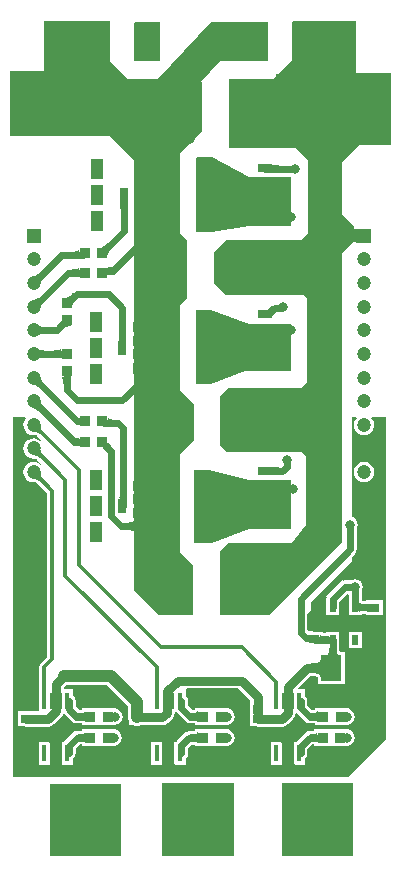
<source format=gbl>
G04*
G04 #@! TF.GenerationSoftware,Altium Limited,Altium Designer,20.0.2 (26)*
G04*
G04 Layer_Physical_Order=2*
G04 Layer_Color=16711680*
%FSLAX25Y25*%
%MOIN*%
G70*
G01*
G75*
%ADD11R,0.03740X0.03543*%
%ADD13R,0.03543X0.03740*%
%ADD24C,0.03937*%
%ADD25C,0.02362*%
%ADD26C,0.04724*%
%ADD27R,0.04724X0.04724*%
%ADD28C,0.01575*%
%ADD29C,0.03150*%
%ADD30R,0.03347X0.04331*%
%ADD31R,0.05118X0.02756*%
%ADD32R,0.06693X0.04331*%
%ADD33R,0.04331X0.03347*%
%ADD34R,0.02756X0.05118*%
%ADD35R,0.04331X0.06693*%
%ADD36R,0.03701X0.02953*%
%ADD37R,0.07087X0.08858*%
%ADD38R,0.02362X0.03543*%
%ADD39R,0.01772X0.05709*%
%ADD40R,0.02441X0.07165*%
%ADD41C,0.03150*%
%ADD42C,0.01378*%
G36*
X622029Y324000D02*
X613644D01*
X613532Y336645D01*
X613884Y337000D01*
X622029D01*
Y324000D01*
D02*
G37*
G36*
X687500Y320000D02*
X699000D01*
Y296000D01*
X688531D01*
X683032Y290500D01*
X682811D01*
X682811Y273000D01*
X686823Y268988D01*
Y267859D01*
X687453Y267900D01*
X687650Y267957D01*
X687768Y268022D01*
X687807Y268094D01*
Y263394D01*
X687768Y263466D01*
X687650Y263531D01*
X687453Y263589D01*
X687177Y263638D01*
X686823Y263680D01*
X686590D01*
X682811Y259902D01*
X682811Y163520D01*
X658618Y139327D01*
X642319D01*
Y160500D01*
X644717Y163500D01*
X666173D01*
X670780Y169248D01*
X670780Y192220D01*
X669449Y193551D01*
X664562D01*
X664335Y193581D01*
X664107Y193551D01*
X644500D01*
X642000Y196051D01*
Y212144D01*
X644856Y215000D01*
X669059D01*
X671059Y217000D01*
Y244894D01*
X669953Y246000D01*
X644209D01*
X640213Y249996D01*
X640000D01*
Y260500D01*
X644000Y264500D01*
X668709D01*
X669000Y264209D01*
X671413Y266622D01*
X671500D01*
X671500Y291000D01*
X667567Y294933D01*
X645433Y294933D01*
X645000Y295112D01*
Y318173D01*
X659500D01*
X659720Y318173D01*
X666047Y324500D01*
X666076Y329282D01*
X666011Y336645D01*
X666122Y336757D01*
X666123Y336885D01*
X666111Y337138D01*
X666456Y337500D01*
X687500D01*
Y320000D01*
D02*
G37*
G36*
X659571Y289593D02*
X659642Y289537D01*
X659760Y289487D01*
X659925Y289444D01*
X660138Y289408D01*
X660397Y289378D01*
X661059Y289339D01*
X661909Y289326D01*
Y286964D01*
X659547Y286923D01*
Y289655D01*
X659571Y289593D01*
D02*
G37*
G36*
X611473Y276929D02*
X611441Y276858D01*
X611413Y276740D01*
X611389Y276575D01*
X611352Y276103D01*
X611323Y274591D01*
X608961D01*
X608959Y275040D01*
X608842Y276858D01*
X608811Y276929D01*
X608776Y276953D01*
X611508D01*
X611473Y276929D01*
D02*
G37*
G36*
X651677Y285500D02*
X665661D01*
Y269000D01*
X651677D01*
X639500Y267000D01*
X634201D01*
X634003Y291645D01*
X634355Y292000D01*
X639500D01*
X651677Y285500D01*
D02*
G37*
G36*
X606383Y261858D02*
X605914Y261373D01*
X605176Y260503D01*
X604908Y260118D01*
X604706Y259767D01*
X604572Y259450D01*
X604504Y259166D01*
X604502Y258916D01*
X604568Y258700D01*
X604700Y258517D01*
X601372Y261846D01*
X601554Y261714D01*
X601771Y261648D01*
X602021Y261649D01*
X602304Y261717D01*
X602622Y261852D01*
X602972Y262054D01*
X603357Y262322D01*
X603775Y262657D01*
X604712Y263528D01*
X606383Y261858D01*
D02*
G37*
G36*
X595288Y258142D02*
X595264Y258140D01*
X595193Y258138D01*
X592925Y258130D01*
Y260492D01*
X593374Y260504D01*
X593776Y260539D01*
X594130Y260598D01*
X594437Y260681D01*
X594697Y260787D01*
X594910Y260917D01*
X595075Y261071D01*
X595193Y261248D01*
X595264Y261449D01*
X595288Y261673D01*
Y258142D01*
D02*
G37*
G36*
X606579Y253008D02*
X606222Y253001D01*
X605622Y252946D01*
X605378Y252898D01*
X605171Y252837D01*
X605002Y252761D01*
X604871Y252672D01*
X604776Y252569D01*
X604720Y252453D01*
X604700Y252323D01*
X604712Y255358D01*
X604731Y255360D01*
X604787Y255362D01*
X606579Y255370D01*
Y253008D01*
D02*
G37*
G36*
X595288Y251642D02*
X595264Y251771D01*
X595193Y251886D01*
X595075Y251987D01*
X594910Y252075D01*
X594697Y252150D01*
X594437Y252211D01*
X594130Y252258D01*
X593776Y252292D01*
X592925Y252319D01*
Y254681D01*
X593374Y254688D01*
X594130Y254742D01*
X594437Y254789D01*
X594697Y254850D01*
X594910Y254925D01*
X595075Y255013D01*
X595193Y255114D01*
X595264Y255229D01*
X595288Y255358D01*
Y251642D01*
D02*
G37*
G36*
X583284Y251610D02*
X583108Y251427D01*
X582811Y251077D01*
X582691Y250910D01*
X582589Y250748D01*
X582506Y250592D01*
X582442Y250441D01*
X582397Y250295D01*
X582370Y250155D01*
X582362Y250020D01*
X580024Y252358D01*
X580159Y252366D01*
X580299Y252393D01*
X580445Y252438D01*
X580596Y252502D01*
X580752Y252585D01*
X580913Y252687D01*
X581080Y252807D01*
X581253Y252946D01*
X581614Y253280D01*
X583284Y251610D01*
D02*
G37*
G36*
X594816Y245212D02*
X594416Y244804D01*
X593525Y243779D01*
X593331Y243504D01*
X593188Y243264D01*
X593097Y243057D01*
X593058Y242883D01*
X593070Y242743D01*
X593133Y242637D01*
X590570Y245200D01*
X590676Y245137D01*
X590816Y245125D01*
X590990Y245164D01*
X591197Y245255D01*
X591437Y245398D01*
X591712Y245592D01*
X592020Y245837D01*
X592736Y246483D01*
X593146Y246883D01*
X594816Y245212D01*
D02*
G37*
G36*
X583284Y243736D02*
X583108Y243553D01*
X582811Y243203D01*
X582691Y243036D01*
X582589Y242874D01*
X582506Y242718D01*
X582442Y242567D01*
X582397Y242421D01*
X582370Y242281D01*
X582362Y242146D01*
X580024Y244484D01*
X580159Y244492D01*
X580299Y244519D01*
X580445Y244564D01*
X580596Y244628D01*
X580752Y244711D01*
X580913Y244813D01*
X581080Y244933D01*
X581253Y245072D01*
X581614Y245406D01*
X583284Y243736D01*
D02*
G37*
G36*
X661217Y240949D02*
X659547Y239147D01*
X657746Y240949D01*
X657775Y240953D01*
X657839Y240995D01*
X657935Y241071D01*
X658229Y241333D01*
X659547Y242619D01*
X661217Y240949D01*
D02*
G37*
G36*
X592508Y235788D02*
X592351Y235898D01*
X592160Y235946D01*
X591935Y235933D01*
X591678Y235858D01*
X591387Y235722D01*
X591062Y235524D01*
X590704Y235265D01*
X590312Y234944D01*
X589429Y234117D01*
X587759Y235788D01*
X588203Y236246D01*
X588907Y237062D01*
X589166Y237420D01*
X589364Y237745D01*
X589500Y238036D01*
X589575Y238294D01*
X589588Y238518D01*
X589539Y238709D01*
X589429Y238867D01*
X592508Y235788D01*
D02*
G37*
G36*
X581788Y235812D02*
X581906Y235732D01*
X582041Y235661D01*
X582193Y235599D01*
X582363Y235547D01*
X582549Y235505D01*
X582752Y235472D01*
X582972Y235448D01*
X583463Y235429D01*
Y233067D01*
X583209Y233062D01*
X582752Y233024D01*
X582549Y232991D01*
X582363Y232949D01*
X582193Y232897D01*
X582041Y232835D01*
X581906Y232765D01*
X581788Y232684D01*
X581687Y232594D01*
Y235902D01*
X581788Y235812D01*
D02*
G37*
G36*
X610825Y232960D02*
X610941Y231141D01*
X610973Y231071D01*
X611008Y231047D01*
X608276D01*
X608311Y231071D01*
X608342Y231141D01*
X608370Y231260D01*
X608394Y231425D01*
X608431Y231897D01*
X608461Y233409D01*
X610823D01*
X610825Y232960D01*
D02*
G37*
G36*
X581761Y227968D02*
X581880Y227889D01*
X582016Y227820D01*
X582168Y227760D01*
X582338Y227710D01*
X582524Y227668D01*
X582728Y227636D01*
X582948Y227613D01*
X583440Y227594D01*
X583485Y225232D01*
X583231Y225227D01*
X582775Y225189D01*
X582572Y225155D01*
X582386Y225111D01*
X582218Y225058D01*
X582066Y224995D01*
X581932Y224923D01*
X581814Y224841D01*
X581714Y224749D01*
X581659Y228055D01*
X581761Y227968D01*
D02*
G37*
G36*
X589142Y224693D02*
X589118Y224796D01*
X589047Y224887D01*
X588929Y224968D01*
X588764Y225038D01*
X588551Y225097D01*
X588292Y225146D01*
X587984Y225184D01*
X587228Y225227D01*
X586780Y225232D01*
Y227594D01*
X587228Y227601D01*
X588292Y227693D01*
X588551Y227749D01*
X588764Y227817D01*
X588929Y227897D01*
X589047Y227990D01*
X589118Y228095D01*
X589142Y228212D01*
Y224693D01*
D02*
G37*
G36*
X651677Y236500D02*
X665909D01*
Y220547D01*
X650404D01*
X639000Y216492D01*
X634000D01*
Y241000D01*
X639000D01*
X651677Y236500D01*
D02*
G37*
G36*
X592729Y218764D02*
X592614Y218693D01*
X592513Y218575D01*
X592425Y218410D01*
X592350Y218197D01*
X592289Y217937D01*
X592242Y217630D01*
X592208Y217276D01*
X592181Y216425D01*
X589819D01*
X589812Y216874D01*
X589758Y217630D01*
X589711Y217937D01*
X589650Y218197D01*
X589575Y218410D01*
X589487Y218575D01*
X589386Y218693D01*
X589271Y218764D01*
X589142Y218788D01*
X592858D01*
X592729Y218764D01*
D02*
G37*
G36*
X582370Y218341D02*
X582397Y218201D01*
X582442Y218055D01*
X582506Y217904D01*
X582589Y217748D01*
X582691Y217586D01*
X582811Y217420D01*
X582950Y217247D01*
X583284Y216886D01*
X581614Y215216D01*
X581431Y215392D01*
X581080Y215689D01*
X580913Y215809D01*
X580752Y215911D01*
X580596Y215994D01*
X580445Y216058D01*
X580299Y216103D01*
X580159Y216130D01*
X580024Y216138D01*
X582362Y218476D01*
X582370Y218341D01*
D02*
G37*
G36*
Y210467D02*
X582397Y210327D01*
X582442Y210181D01*
X582506Y210030D01*
X582589Y209874D01*
X582691Y209712D01*
X582811Y209545D01*
X582950Y209373D01*
X583284Y209012D01*
X581614Y207342D01*
X581431Y207518D01*
X581080Y207815D01*
X580913Y207935D01*
X580752Y208037D01*
X580596Y208120D01*
X580445Y208184D01*
X580299Y208229D01*
X580159Y208256D01*
X580024Y208264D01*
X582362Y210602D01*
X582370Y210467D01*
D02*
G37*
G36*
X604725Y205449D02*
X604797Y205248D01*
X604916Y205071D01*
X605082Y204917D01*
X605296Y204787D01*
X605557Y204681D01*
X605865Y204598D01*
X606221Y204539D01*
X606624Y204504D01*
X607075Y204492D01*
Y202130D01*
X604712Y202142D01*
X604700Y205673D01*
X604725Y205449D01*
D02*
G37*
G36*
X582367Y202464D02*
X582387Y202213D01*
X582422Y201973D01*
X582472Y201746D01*
X582537Y201531D01*
X582617Y201328D01*
X582712Y201137D01*
X582822Y200959D01*
X582947Y200793D01*
X583087Y200639D01*
X582113Y199665D01*
X581959Y199805D01*
X581793Y199930D01*
X581614Y200040D01*
X581424Y200135D01*
X581221Y200215D01*
X581006Y200280D01*
X580779Y200330D01*
X580539Y200365D01*
X580288Y200385D01*
X580024Y200390D01*
X582362Y202728D01*
X582367Y202464D01*
D02*
G37*
G36*
X697500Y97996D02*
X685004Y85500D01*
X573000D01*
Y205000D01*
X572962Y205038D01*
X573153Y205500D01*
X577315D01*
X577507Y205000D01*
X577077Y204440D01*
X576740Y203626D01*
X576625Y202752D01*
X576740Y201878D01*
X577077Y201064D01*
X577613Y200365D01*
X578312Y199829D01*
X579126Y199492D01*
X580000Y199377D01*
X580067Y199385D01*
X580239Y199382D01*
X580428Y199367D01*
X580599Y199343D01*
X580753Y199309D01*
X580891Y199267D01*
X581015Y199218D01*
X581126Y199163D01*
X581226Y199101D01*
X581277Y199063D01*
X582635Y197705D01*
X582304Y197328D01*
X581688Y197801D01*
X580874Y198138D01*
X580000Y198253D01*
X579126Y198138D01*
X578312Y197801D01*
X577613Y197265D01*
X577077Y196566D01*
X576740Y195752D01*
X576625Y194878D01*
X576740Y194004D01*
X577077Y193190D01*
X577613Y192491D01*
X578312Y191955D01*
X579126Y191618D01*
X580000Y191503D01*
X580067Y191511D01*
X580239Y191508D01*
X580428Y191493D01*
X580599Y191468D01*
X580753Y191435D01*
X580891Y191393D01*
X581015Y191344D01*
X581126Y191289D01*
X581226Y191227D01*
X581277Y191189D01*
X582635Y189831D01*
X582304Y189454D01*
X581688Y189927D01*
X580874Y190264D01*
X580000Y190379D01*
X579126Y190264D01*
X578312Y189927D01*
X577613Y189391D01*
X577077Y188692D01*
X576740Y187878D01*
X576625Y187004D01*
X576740Y186130D01*
X577077Y185316D01*
X577613Y184617D01*
X578312Y184081D01*
X579126Y183744D01*
X580000Y183629D01*
X580067Y183637D01*
X580239Y183634D01*
X580428Y183619D01*
X580599Y183594D01*
X580753Y183561D01*
X580891Y183519D01*
X581015Y183470D01*
X581126Y183414D01*
X581226Y183353D01*
X581277Y183315D01*
X584463Y180128D01*
Y125439D01*
X582388Y123364D01*
X582018Y122810D01*
X581888Y122158D01*
Y114598D01*
X581740D01*
Y107365D01*
X577500D01*
X576753Y107217D01*
X574665D01*
Y102295D01*
X576753D01*
X577500Y102147D01*
X584966D01*
X585964Y102345D01*
X586810Y102911D01*
X589294Y105394D01*
X589811Y106168D01*
X589878Y106210D01*
X590101Y106264D01*
X590379Y106290D01*
X592730Y103939D01*
X593446Y103460D01*
X594291Y103292D01*
X595526D01*
X595602Y103290D01*
X595895Y103262D01*
X596136Y103225D01*
X596181Y103214D01*
Y102646D01*
X597141D01*
X597177Y102638D01*
X597214Y102646D01*
X601587D01*
X601693Y102646D01*
X602087D01*
X602193Y102646D01*
X607598D01*
Y102993D01*
X608085Y103089D01*
X608932Y103655D01*
X609497Y104501D01*
X609696Y105500D01*
X609497Y106499D01*
X608932Y107345D01*
X608085Y107911D01*
X607598Y108007D01*
Y108354D01*
X602193D01*
X602087Y108354D01*
X601693D01*
X601587Y108354D01*
X597214D01*
X597177Y108362D01*
X597141Y108354D01*
X596181D01*
Y107786D01*
X596136Y107775D01*
X595907Y107740D01*
X595457Y107708D01*
X595206D01*
X594003Y108911D01*
Y110760D01*
X593835Y111605D01*
X593356Y112321D01*
X593157Y112454D01*
Y114598D01*
X590058D01*
Y115368D01*
X590712Y116022D01*
X604581D01*
X611522Y109081D01*
Y105256D01*
X611623Y104485D01*
X611665Y104383D01*
Y102795D01*
X612856D01*
X613011Y102677D01*
X613729Y102379D01*
X614500Y102278D01*
X615271Y102379D01*
X615917Y102647D01*
X622988D01*
X623986Y102845D01*
X624833Y103411D01*
X626416Y104994D01*
X626981Y105841D01*
X627180Y106839D01*
Y106921D01*
X627704D01*
X627734Y106876D01*
X630671Y103939D01*
X631387Y103460D01*
X632232Y103292D01*
X633026D01*
X633102Y103290D01*
X633395Y103262D01*
X633636Y103225D01*
X633681Y103214D01*
Y102646D01*
X634641D01*
X634677Y102638D01*
X634714Y102646D01*
X639087D01*
X639193Y102646D01*
X639587D01*
X639693Y102646D01*
X645098D01*
Y103010D01*
X645499Y103089D01*
X646345Y103655D01*
X646911Y104501D01*
X647109Y105500D01*
X646911Y106499D01*
X646345Y107345D01*
X645499Y107911D01*
X645098Y107990D01*
Y108354D01*
X639693D01*
X639587Y108354D01*
X639193D01*
X639087Y108354D01*
X634714D01*
X634677Y108362D01*
X634641Y108354D01*
X633681D01*
Y107786D01*
X633636Y107775D01*
X633407Y107740D01*
X633134Y107720D01*
X631503Y109352D01*
Y110760D01*
X631335Y111605D01*
X630856Y112321D01*
X630657Y112454D01*
Y114598D01*
X631036Y114891D01*
X648309D01*
X652281Y110919D01*
Y107774D01*
X652270Y107410D01*
X652254Y107217D01*
X652055D01*
Y106257D01*
X652048Y106220D01*
X652055Y106184D01*
Y102295D01*
X654143D01*
X654890Y102147D01*
X662824D01*
X663823Y102345D01*
X664669Y102911D01*
X666573Y104815D01*
X667139Y105662D01*
X667285Y106397D01*
X667828Y106562D01*
X670451Y103939D01*
X671167Y103460D01*
X672012Y103292D01*
X673026D01*
X673102Y103290D01*
X673395Y103262D01*
X673636Y103225D01*
X673681Y103214D01*
Y102646D01*
X674641D01*
X674677Y102638D01*
X674714Y102646D01*
X679087D01*
X679193Y102646D01*
X679587D01*
X679693Y102646D01*
X685098D01*
Y103016D01*
X685467Y103089D01*
X686313Y103655D01*
X686879Y104501D01*
X687078Y105500D01*
X686879Y106499D01*
X686313Y107345D01*
X685467Y107911D01*
X685098Y107984D01*
Y108354D01*
X679693D01*
X679587Y108354D01*
X679193D01*
X679087Y108354D01*
X674714D01*
X674677Y108362D01*
X674641Y108354D01*
X673681D01*
Y107786D01*
X673636Y107775D01*
X673407Y107740D01*
X672957Y107708D01*
X672926D01*
X671283Y109352D01*
Y110760D01*
X671114Y111605D01*
X670636Y112321D01*
X670437Y112454D01*
Y114599D01*
X668257D01*
X668065Y115060D01*
X672081Y119076D01*
X673343D01*
X673626Y119051D01*
X674014Y118987D01*
X674317Y118905D01*
X674532Y118818D01*
X674662Y118738D01*
X674723Y118682D01*
X674746Y118649D01*
X674759Y118611D01*
X674768Y118527D01*
Y116272D01*
X683823D01*
Y127099D01*
X682159D01*
X682135Y127137D01*
X682083Y127265D01*
X682029Y127466D01*
X681985Y127736D01*
X681968Y127928D01*
Y131185D01*
X681925Y131398D01*
Y133744D01*
X678627D01*
X678591Y133751D01*
X678554Y133744D01*
X678548D01*
X678513Y133748D01*
X678498Y133744D01*
X677595D01*
Y133439D01*
X676922Y133393D01*
X676916D01*
X676576Y133410D01*
X676335Y133437D01*
Y133843D01*
X675375D01*
X675338Y133850D01*
X675302Y133843D01*
X673418D01*
X673205Y133885D01*
X671737D01*
X671283Y134340D01*
Y139629D01*
X672317Y140664D01*
X672319Y140720D01*
X672373D01*
X677213Y145560D01*
X677674Y145314D01*
X677552Y144701D01*
Y142012D01*
X677595Y141799D01*
Y139256D01*
X681925D01*
Y141799D01*
X681968Y142012D01*
Y143786D01*
X684532Y146351D01*
X685032Y146144D01*
Y141884D01*
X685075Y141671D01*
Y139256D01*
X688373D01*
X688409Y139249D01*
X688446Y139256D01*
X689405D01*
Y139634D01*
X690062Y139676D01*
X690202D01*
X690665Y139641D01*
Y139295D01*
X691555D01*
X691562Y139293D01*
X691586Y139295D01*
X691625D01*
X691662Y139288D01*
X691698Y139295D01*
X696335D01*
Y144217D01*
X691698D01*
X691662Y144224D01*
X691625Y144217D01*
X691565D01*
X691551Y144218D01*
X691547Y144217D01*
X690665D01*
Y144132D01*
X690060Y144093D01*
X689988Y144095D01*
X689696Y144124D01*
X689459Y144162D01*
X689448Y144165D01*
Y147458D01*
X689651Y147761D01*
X689849Y148760D01*
X689651Y149758D01*
X689085Y150605D01*
X688239Y151170D01*
X687240Y151369D01*
X686242Y151170D01*
X685938Y150968D01*
X683819D01*
X683206Y150846D01*
X682960Y151306D01*
X686219Y154566D01*
Y158825D01*
X687061Y159667D01*
X687540Y160383D01*
X687708Y161228D01*
Y168198D01*
X687911Y168501D01*
X688109Y169500D01*
X687911Y170499D01*
X687345Y171345D01*
X686498Y171911D01*
X686219Y171966D01*
Y205499D01*
X686221Y205500D01*
X687473D01*
X687664Y205000D01*
X687234Y204440D01*
X686897Y203626D01*
X686782Y202752D01*
X686897Y201878D01*
X687234Y201064D01*
X687771Y200365D01*
X688470Y199829D01*
X689284Y199492D01*
X690158Y199377D01*
X691031Y199492D01*
X691845Y199829D01*
X692544Y200365D01*
X693081Y201064D01*
X693418Y201878D01*
X693533Y202752D01*
X693418Y203626D01*
X693081Y204440D01*
X692651Y205000D01*
X692842Y205500D01*
X697500D01*
Y97996D01*
D02*
G37*
G36*
X595288Y195338D02*
X595270Y195448D01*
X595217Y195547D01*
X595129Y195634D01*
X595006Y195709D01*
X594848Y195773D01*
X594654Y195825D01*
X594425Y195865D01*
X594161Y195894D01*
X593528Y195917D01*
Y198280D01*
X593862Y198285D01*
X594425Y198332D01*
X594654Y198372D01*
X594848Y198424D01*
X595006Y198488D01*
X595129Y198563D01*
X595217Y198650D01*
X595270Y198748D01*
X595288Y198858D01*
Y195338D01*
D02*
G37*
G36*
X604689Y197087D02*
X604718Y197005D01*
X604787Y196890D01*
X604895Y196741D01*
X605044Y196559D01*
X605727Y195810D01*
X606383Y195142D01*
X604712Y193472D01*
X604362Y193819D01*
X602849Y195136D01*
X602768Y195165D01*
X602720Y195154D01*
X604700Y197134D01*
X604689Y197087D01*
D02*
G37*
G36*
X582367Y194590D02*
X582387Y194339D01*
X582422Y194099D01*
X582472Y193872D01*
X582537Y193657D01*
X582617Y193454D01*
X582712Y193263D01*
X582822Y193085D01*
X582947Y192919D01*
X583087Y192765D01*
X582113Y191791D01*
X581959Y191931D01*
X581793Y192056D01*
X581614Y192166D01*
X581424Y192261D01*
X581221Y192341D01*
X581006Y192406D01*
X580779Y192456D01*
X580539Y192491D01*
X580288Y192511D01*
X580024Y192516D01*
X582362Y194854D01*
X582367Y194590D01*
D02*
G37*
G36*
X659571Y188689D02*
X659642Y188658D01*
X659760Y188630D01*
X659925Y188606D01*
X660397Y188569D01*
X661909Y188539D01*
Y186177D01*
X661460Y186175D01*
X659642Y186059D01*
X659571Y186027D01*
X659547Y185992D01*
Y188724D01*
X659571Y188689D01*
D02*
G37*
G36*
X582367Y186716D02*
X582387Y186465D01*
X582422Y186225D01*
X582472Y185998D01*
X582537Y185783D01*
X582617Y185580D01*
X582712Y185389D01*
X582822Y185211D01*
X582947Y185045D01*
X583087Y184891D01*
X582113Y183917D01*
X581959Y184057D01*
X581793Y184182D01*
X581614Y184292D01*
X581424Y184387D01*
X581221Y184467D01*
X581006Y184532D01*
X580779Y184582D01*
X580539Y184617D01*
X580288Y184637D01*
X580024Y184642D01*
X582362Y186980D01*
X582367Y186716D01*
D02*
G37*
G36*
X611008Y178283D02*
X608276D01*
X608372Y178307D01*
X608459Y178378D01*
X608535Y178496D01*
X608601Y178661D01*
X608657Y178874D01*
X608702Y179134D01*
X608738Y179441D01*
X608778Y180197D01*
X608783Y180646D01*
X611146D01*
X611008Y178283D01*
D02*
G37*
G36*
X651677Y184398D02*
X665909Y184398D01*
Y168000D01*
X651677Y168000D01*
X639390Y163500D01*
X633500D01*
Y187748D01*
X638500Y187748D01*
X651677Y184398D01*
D02*
G37*
G36*
X613000Y167284D02*
X612977Y167375D01*
X612906Y167456D01*
X612788Y167528D01*
X612622Y167591D01*
X612410Y167644D01*
X612150Y167687D01*
X611843Y167721D01*
X611087Y167759D01*
X610638Y167764D01*
Y170126D01*
X611087Y170131D01*
X612150Y170203D01*
X612410Y170246D01*
X612622Y170299D01*
X612788Y170361D01*
X612906Y170433D01*
X612977Y170515D01*
X613000Y170606D01*
Y167284D01*
D02*
G37*
G36*
X688433Y143637D02*
X688504Y143517D01*
X688622Y143411D01*
X688787Y143319D01*
X689000Y143242D01*
X689260Y143178D01*
X689567Y143129D01*
X689921Y143093D01*
X690076Y143088D01*
X691638Y143191D01*
X691662Y143220D01*
Y140292D01*
X691638Y140370D01*
X691567Y140440D01*
X691449Y140501D01*
X691284Y140555D01*
X691071Y140600D01*
X690811Y140637D01*
X690150Y140686D01*
X690138Y140687D01*
X689260Y140631D01*
X689000Y140590D01*
X688787Y140541D01*
X688622Y140482D01*
X688504Y140414D01*
X688433Y140338D01*
X688409Y140252D01*
Y143772D01*
X688433Y143637D01*
D02*
G37*
G36*
X605521Y337000D02*
X605521D01*
Y324000D01*
X611449Y318072D01*
X613572D01*
X613645Y318145D01*
X621500Y318145D01*
X639000Y337000D01*
X658000D01*
Y324000D01*
X642211D01*
X635925Y317075D01*
X636000Y317000D01*
Y300492D01*
X628787Y293280D01*
X628787Y266622D01*
X631201Y264209D01*
Y245153D01*
X628787Y242740D01*
Y214500D01*
X633500Y209787D01*
Y197610D01*
X628787Y192898D01*
Y160386D01*
X633000Y156173D01*
Y139327D01*
X621933D01*
X613500Y147760D01*
Y149760D01*
Y219700D01*
X613414Y219835D01*
X613292Y219953D01*
X613154Y220024D01*
X613000Y220047D01*
X613500D01*
X613500Y290500D01*
Y290949D01*
X605449Y299000D01*
X572000D01*
Y320537D01*
X583500D01*
Y337500D01*
X605521D01*
Y337000D01*
D02*
G37*
G36*
X675362Y132755D02*
X675433Y132673D01*
X675551Y132601D01*
X675716Y132539D01*
X675929Y132486D01*
X676189Y132443D01*
X676496Y132409D01*
X676929Y132387D01*
X678000Y132462D01*
X678213Y132503D01*
X678378Y132553D01*
X678496Y132610D01*
X678567Y132675D01*
X678591Y132748D01*
Y129228D01*
X678567Y129376D01*
X678496Y129508D01*
X678378Y129624D01*
X678213Y129725D01*
X678000Y129810D01*
X677740Y129880D01*
X677433Y129934D01*
X677079Y129973D01*
X676966Y129977D01*
X675338Y129918D01*
Y132846D01*
X675362Y132755D01*
D02*
G37*
G36*
X680953Y128013D02*
X680988Y127610D01*
X681047Y127254D01*
X681130Y126945D01*
X681236Y126684D01*
X681366Y126470D01*
X681520Y126304D01*
X681697Y126185D01*
X681898Y126114D01*
X682122Y126090D01*
X677398D01*
X677622Y126114D01*
X677823Y126185D01*
X678000Y126304D01*
X678154Y126470D01*
X678284Y126684D01*
X678390Y126945D01*
X678472Y127254D01*
X678532Y127610D01*
X678567Y128013D01*
X678579Y128464D01*
X680941D01*
X680953Y128013D01*
D02*
G37*
G36*
X675776Y118535D02*
X675744Y118835D01*
X675649Y119102D01*
X675491Y119339D01*
X675270Y119543D01*
X674986Y119717D01*
X674638Y119858D01*
X674227Y119968D01*
X673752Y120047D01*
X673215Y120095D01*
X672614Y120110D01*
Y123260D01*
X673215Y123276D01*
X673752Y123323D01*
X674227Y123402D01*
X674638Y123512D01*
X674986Y123654D01*
X675270Y123827D01*
X675491Y124031D01*
X675649Y124268D01*
X675744Y124536D01*
X675776Y124835D01*
Y118535D01*
D02*
G37*
G36*
X656467Y108772D02*
X656633Y106346D01*
X656678Y106252D01*
X656728Y106220D01*
X653051D01*
X653101Y106252D01*
X653146Y106346D01*
X653186Y106504D01*
X653220Y106724D01*
X653273Y107354D01*
X653312Y108772D01*
X653315Y109370D01*
X656465D01*
X656467Y108772D01*
D02*
G37*
G36*
X674677Y103642D02*
X674654Y103771D01*
X674583Y103886D01*
X674465Y103987D01*
X674299Y104075D01*
X674087Y104150D01*
X673827Y104211D01*
X673520Y104258D01*
X673166Y104292D01*
X672315Y104319D01*
Y106681D01*
X672764Y106688D01*
X673520Y106742D01*
X673827Y106789D01*
X674087Y106850D01*
X674299Y106925D01*
X674465Y107013D01*
X674583Y107114D01*
X674654Y107229D01*
X674677Y107358D01*
Y103642D01*
D02*
G37*
G36*
X634677D02*
X634654Y103771D01*
X634583Y103886D01*
X634465Y103987D01*
X634299Y104075D01*
X634087Y104150D01*
X633827Y104211D01*
X633520Y104258D01*
X633166Y104292D01*
X632315Y104319D01*
Y106681D01*
X632764Y106688D01*
X633520Y106742D01*
X633827Y106789D01*
X634087Y106850D01*
X634299Y106925D01*
X634465Y107013D01*
X634583Y107114D01*
X634654Y107229D01*
X634677Y107358D01*
Y103642D01*
D02*
G37*
G36*
X597177D02*
X597154Y103771D01*
X597083Y103886D01*
X596965Y103987D01*
X596799Y104075D01*
X596587Y104150D01*
X596327Y104211D01*
X596020Y104258D01*
X595666Y104292D01*
X594815Y104319D01*
Y106681D01*
X595264Y106688D01*
X596020Y106742D01*
X596327Y106789D01*
X596587Y106850D01*
X596799Y106925D01*
X596965Y107013D01*
X597083Y107114D01*
X597154Y107229D01*
X597177Y107358D01*
Y103642D01*
D02*
G37*
G36*
X686480Y59018D02*
X662878D01*
X662858Y59026D01*
Y83500D01*
X686480D01*
Y59018D01*
D02*
G37*
G36*
X609201Y59701D02*
Y58999D01*
X585579D01*
Y83000D01*
X609201D01*
Y59701D01*
D02*
G37*
G36*
X646799Y58999D02*
X623264Y58999D01*
X622911Y59353D01*
X622989Y83500D01*
X646799Y83500D01*
Y58999D01*
D02*
G37*
%LPC*%
G36*
X690158Y190379D02*
X689284Y190264D01*
X688470Y189927D01*
X687771Y189391D01*
X687234Y188692D01*
X686897Y187878D01*
X686782Y187004D01*
X686897Y186130D01*
X687234Y185316D01*
X687771Y184617D01*
X688470Y184081D01*
X689284Y183744D01*
X690158Y183629D01*
X691031Y183744D01*
X691845Y184081D01*
X692544Y184617D01*
X693081Y185316D01*
X693418Y186130D01*
X693533Y187004D01*
X693418Y187878D01*
X693081Y188692D01*
X692544Y189391D01*
X691845Y189927D01*
X691031Y190264D01*
X690158Y190379D01*
D02*
G37*
G36*
X689405Y133744D02*
X685075D01*
Y128232D01*
X689405D01*
Y133744D01*
D02*
G37*
G36*
X674630Y101362D02*
X674593Y101354D01*
X673634D01*
Y100786D01*
X673588Y100775D01*
X673360Y100740D01*
X672909Y100708D01*
X672012D01*
X671167Y100540D01*
X670451Y100061D01*
X667514Y97124D01*
X667483Y97079D01*
X666697D01*
Y89402D01*
X670437D01*
Y91546D01*
X670636Y91679D01*
X671114Y92395D01*
X671283Y93240D01*
Y94648D01*
X672926Y96292D01*
X672979D01*
X673055Y96290D01*
X673348Y96262D01*
X673588Y96225D01*
X673634Y96214D01*
Y95646D01*
X674593D01*
X674630Y95638D01*
X674667Y95646D01*
X679039D01*
X679146Y95646D01*
X679539D01*
X679646Y95646D01*
X685051D01*
Y96000D01*
X685499Y96089D01*
X686345Y96655D01*
X686911Y97501D01*
X687109Y98500D01*
X686911Y99498D01*
X686345Y100345D01*
X685499Y100911D01*
X685051Y100999D01*
Y101354D01*
X679646D01*
X679539Y101354D01*
X679146D01*
X679039Y101354D01*
X674667D01*
X674630Y101362D01*
D02*
G37*
G36*
X634677D02*
X634641Y101354D01*
X633681D01*
Y100707D01*
X633609Y100687D01*
X633391Y100649D01*
X632910Y100609D01*
X631783D01*
X630939Y100441D01*
X630222Y99963D01*
X627734Y97474D01*
X627470Y97079D01*
X626917D01*
Y89402D01*
X630657D01*
Y91546D01*
X630856Y91679D01*
X631335Y92395D01*
X631503Y93240D01*
Y94999D01*
X632698Y96194D01*
X633017D01*
X633424Y96169D01*
X633663Y96137D01*
X633681Y96134D01*
Y95646D01*
X634641D01*
X634677Y95638D01*
X634714Y95646D01*
X639087D01*
X639193Y95646D01*
X639587D01*
X639693Y95646D01*
X645098D01*
Y96029D01*
X645400Y96089D01*
X646246Y96655D01*
X646812Y97501D01*
X647011Y98500D01*
X646812Y99498D01*
X646246Y100345D01*
X645400Y100911D01*
X645098Y100971D01*
Y101354D01*
X639693D01*
X639587Y101354D01*
X639193D01*
X639087Y101354D01*
X634714D01*
X634677Y101362D01*
D02*
G37*
G36*
X597177D02*
X597141Y101354D01*
X596181D01*
Y100786D01*
X596136Y100775D01*
X595907Y100740D01*
X595457Y100708D01*
X594500D01*
X593655Y100540D01*
X592939Y100061D01*
X590234Y97356D01*
X590049Y97079D01*
X589417D01*
Y89402D01*
X593157D01*
Y91546D01*
X593356Y91679D01*
X593835Y92395D01*
X594003Y93240D01*
Y94881D01*
X595414Y96292D01*
X595526D01*
X595602Y96290D01*
X595895Y96262D01*
X596136Y96225D01*
X596181Y96214D01*
Y95646D01*
X597141D01*
X597177Y95638D01*
X597214Y95646D01*
X601587D01*
X601693Y95646D01*
X602087D01*
X602193Y95646D01*
X607598D01*
Y96029D01*
X607900Y96089D01*
X608746Y96655D01*
X609312Y97501D01*
X609511Y98500D01*
X609312Y99498D01*
X608746Y100345D01*
X607900Y100911D01*
X607598Y100971D01*
Y101354D01*
X602193D01*
X602087Y101354D01*
X601693D01*
X601587Y101354D01*
X597214D01*
X597177Y101362D01*
D02*
G37*
G36*
X662760Y97079D02*
X659020D01*
Y89402D01*
X662760D01*
Y97079D01*
D02*
G37*
G36*
X622980Y97079D02*
X619240D01*
Y89402D01*
X622980D01*
Y97079D01*
D02*
G37*
G36*
X585480D02*
X581740D01*
Y89402D01*
X585480D01*
Y97079D01*
D02*
G37*
%LPD*%
G36*
X674630Y96642D02*
X674607Y96771D01*
X674536Y96886D01*
X674417Y96987D01*
X674252Y97075D01*
X674040Y97150D01*
X673780Y97211D01*
X673473Y97258D01*
X673118Y97292D01*
X672268Y97319D01*
Y99681D01*
X672717Y99688D01*
X673473Y99742D01*
X673780Y99789D01*
X674040Y99850D01*
X674252Y99925D01*
X674417Y100013D01*
X674536Y100114D01*
X674607Y100229D01*
X674630Y100358D01*
Y96642D01*
D02*
G37*
G36*
X634677D02*
X634654Y96752D01*
X634583Y96850D01*
X634465Y96937D01*
X634299Y97012D01*
X634087Y97076D01*
X633827Y97128D01*
X633520Y97168D01*
X632764Y97215D01*
X632315Y97220D01*
Y99583D01*
X632764Y99590D01*
X633520Y99652D01*
X633827Y99707D01*
X634087Y99777D01*
X634299Y99862D01*
X634465Y99963D01*
X634583Y100079D01*
X634654Y100211D01*
X634677Y100358D01*
Y96642D01*
D02*
G37*
G36*
X597177D02*
X597154Y96771D01*
X597083Y96886D01*
X596965Y96987D01*
X596799Y97075D01*
X596587Y97150D01*
X596327Y97211D01*
X596020Y97258D01*
X595666Y97292D01*
X594815Y97319D01*
Y99681D01*
X595264Y99688D01*
X596020Y99742D01*
X596327Y99789D01*
X596587Y99850D01*
X596799Y99925D01*
X596965Y100013D01*
X597083Y100114D01*
X597154Y100229D01*
X597177Y100358D01*
Y96642D01*
D02*
G37*
D11*
X591287Y243453D02*
D03*
Y237547D02*
D03*
X591000Y220547D02*
D03*
Y226453D02*
D03*
D13*
X602953Y197000D02*
D03*
X597047D02*
D03*
X602953Y204000D02*
D03*
X597047D02*
D03*
X602953Y253500D02*
D03*
X597047D02*
D03*
X602953Y260000D02*
D03*
X597047D02*
D03*
X604843Y98500D02*
D03*
X598937D02*
D03*
X604843Y105500D02*
D03*
X598937D02*
D03*
X682342D02*
D03*
X676437D02*
D03*
X682295Y98500D02*
D03*
X676390D02*
D03*
X642343Y105500D02*
D03*
X636437D02*
D03*
X642343Y98500D02*
D03*
X636437D02*
D03*
D24*
X681016Y265744D02*
X690158D01*
X634007Y305000D02*
X634201D01*
X631701Y302694D02*
X634007Y305000D01*
X631701Y298500D02*
Y302694D01*
X626842Y87433D02*
X651110D01*
X654890Y91213D01*
Y99244D01*
X609248Y87433D02*
X614224Y92409D01*
X587545Y88455D02*
X588567Y87433D01*
X609248D01*
X684173Y87433D02*
X690713Y93972D01*
X666272Y87433D02*
X684173D01*
X665705Y88000D02*
X666272Y87433D01*
X614500Y105256D02*
Y110315D01*
X605815Y119000D02*
X614500Y110315D01*
X590000Y119000D02*
X605815D01*
X690713Y93972D02*
Y121685D01*
D25*
X657145Y288145D02*
X667036D01*
X665538Y271877D02*
X665661Y272000D01*
X663914Y271877D02*
X665538D01*
X667036Y288145D02*
X667181Y288000D01*
X657000Y288289D02*
X657145Y288145D01*
X663791Y271754D02*
X663914Y271877D01*
X673500Y136894D02*
X683500D01*
X684469D01*
X673697Y131185D02*
X679760D01*
X685500Y161228D02*
Y169500D01*
X669075Y144803D02*
X685500Y161228D01*
X669075Y133425D02*
Y144803D01*
X690158Y160158D02*
Y179130D01*
X673500Y143500D02*
X690158Y160158D01*
X673500Y136894D02*
Y143500D01*
X663791Y181407D02*
X666337D01*
X669075Y133425D02*
X670823Y131677D01*
X673205D01*
X673500Y131382D01*
X687240Y141884D02*
X693372D01*
X683819Y148760D02*
X687240D01*
X679760Y144701D02*
X683819Y148760D01*
X679760Y142012D02*
Y144701D01*
X663791Y234071D02*
X664070Y234349D01*
X665661D01*
X665812Y234500D01*
X657000Y239583D02*
X658181D01*
X660448Y241849D01*
X662952D01*
X663102Y242000D01*
X663204Y181407D02*
X663791D01*
X662764Y181846D02*
X663204Y181407D01*
X666337D02*
X666488Y181256D01*
X657000Y187358D02*
X662951D01*
X664335Y188742D01*
Y191000D01*
X580000Y210626D02*
X593528Y197098D01*
X597047D01*
X604843Y105500D02*
X607087D01*
X604843Y98500D02*
X606902D01*
X642343D02*
X644402D01*
X642343Y105500D02*
X644500D01*
X682295Y98500D02*
X684500D01*
X682342Y105500D02*
X684469D01*
X690000Y195035D02*
X690158Y194878D01*
X689518Y202752D02*
X690158D01*
X591795Y107996D02*
Y110760D01*
Y107996D02*
X594291Y105500D01*
X598937D01*
X591795Y93240D02*
Y95795D01*
X594500Y98500D01*
X598937D01*
X631783Y98402D02*
X636437D01*
X629295Y93240D02*
Y95913D01*
X631783Y98402D01*
X636437D02*
Y98500D01*
X629295Y108437D02*
Y110760D01*
Y108437D02*
X632232Y105500D01*
X636437D01*
X669075Y93240D02*
Y95563D01*
X672012Y98500D01*
X676390D01*
X669075Y108437D02*
Y110760D01*
Y108437D02*
X672012Y105500D01*
X676437D01*
X693370Y136244D02*
X693500D01*
X685118D02*
X693370D01*
X693075Y135949D02*
X693370Y136244D01*
X693075Y124047D02*
Y135949D01*
X690713Y121685D02*
X693075Y124047D01*
X679760Y122150D02*
Y130988D01*
X679295Y121685D02*
X679760Y122150D01*
X673500Y131382D02*
X673697Y131185D01*
X679760Y130988D02*
Y131185D01*
X687240Y141884D02*
Y142012D01*
X693372Y141884D02*
X693500Y141756D01*
X683500Y137862D02*
X684469Y136894D01*
X685118Y136244D01*
X683500Y137862D02*
Y142012D01*
X687240D02*
Y148760D01*
X615654Y263264D02*
Y272709D01*
X606579Y254189D02*
X615654Y263264D01*
X603543Y254189D02*
X606579D01*
X602953Y253598D02*
X603543Y254189D01*
X602953Y253500D02*
Y253598D01*
X610142Y267287D02*
Y279500D01*
X602953Y260098D02*
X610142Y267287D01*
X602953Y260000D02*
Y260098D01*
X609642Y228500D02*
Y241858D01*
X605000Y246500D02*
X609642Y241858D01*
X594433Y246500D02*
X605000D01*
X591386Y243453D02*
X594433Y246500D01*
X591287Y243453D02*
X591386D01*
X591189Y237547D02*
X591287D01*
X587890Y234248D02*
X591189Y237547D01*
X580000Y234248D02*
X587890D01*
X614992Y221547D02*
X615154Y221709D01*
X614992Y216492D02*
Y221547D01*
X609500Y211000D02*
X614992Y216492D01*
X594453Y211000D02*
X609500D01*
X591000Y214453D02*
X594453Y211000D01*
X591000Y214453D02*
Y220547D01*
X590961Y226413D02*
X591000Y226453D01*
X580039Y226413D02*
X590961D01*
X580000Y226374D02*
X580039Y226413D01*
X609055Y168945D02*
X615476D01*
X605709Y172291D02*
X609055Y168945D01*
X605709Y172291D02*
Y194146D01*
X602953Y196902D02*
X605709Y194146D01*
X602953Y196902D02*
Y197000D01*
X594402Y204098D02*
X597047D01*
X580000Y218500D02*
X594402Y204098D01*
X608189Y203311D02*
X609965Y201535D01*
Y175736D02*
Y201535D01*
X603543Y203311D02*
X608189D01*
X602953Y203902D02*
X603543Y203311D01*
X602953Y203902D02*
Y204000D01*
X597047Y197000D02*
Y197098D01*
Y204000D02*
Y204098D01*
X591378Y253500D02*
X597047D01*
X580000Y242122D02*
X591378Y253500D01*
X580000Y249996D02*
X589315Y259311D01*
X596457D01*
X597047Y259902D01*
Y260000D01*
D26*
X690158Y179130D02*
D03*
Y187004D02*
D03*
Y194878D02*
D03*
Y202752D02*
D03*
Y210626D02*
D03*
Y218500D02*
D03*
Y226374D02*
D03*
Y234248D02*
D03*
Y242122D02*
D03*
Y249996D02*
D03*
Y257870D02*
D03*
X580000Y179130D02*
D03*
Y187004D02*
D03*
Y194878D02*
D03*
Y202752D02*
D03*
Y210626D02*
D03*
Y218500D02*
D03*
Y226374D02*
D03*
Y234248D02*
D03*
Y242122D02*
D03*
Y249996D02*
D03*
Y257870D02*
D03*
D27*
X690158Y265744D02*
D03*
X580000D02*
D03*
D28*
X685038Y77953D02*
D03*
Y75590D02*
D03*
Y73228D02*
D03*
Y70866D02*
D03*
Y68504D02*
D03*
Y66142D02*
D03*
Y63779D02*
D03*
Y61417D02*
D03*
X682676Y77953D02*
D03*
Y75590D02*
D03*
Y73228D02*
D03*
Y70866D02*
D03*
Y68504D02*
D03*
Y66142D02*
D03*
Y63779D02*
D03*
Y61417D02*
D03*
X680314Y77953D02*
D03*
Y75590D02*
D03*
Y73228D02*
D03*
Y70866D02*
D03*
Y68504D02*
D03*
Y66142D02*
D03*
Y63779D02*
D03*
Y61417D02*
D03*
X677951Y77953D02*
D03*
Y75590D02*
D03*
Y73228D02*
D03*
Y70866D02*
D03*
Y68504D02*
D03*
Y66142D02*
D03*
Y63779D02*
D03*
Y61417D02*
D03*
X675589Y77953D02*
D03*
Y75590D02*
D03*
Y73228D02*
D03*
Y70866D02*
D03*
Y68504D02*
D03*
Y66142D02*
D03*
Y63779D02*
D03*
Y61417D02*
D03*
X673227Y77953D02*
D03*
Y75590D02*
D03*
Y73228D02*
D03*
Y70866D02*
D03*
Y68504D02*
D03*
Y66142D02*
D03*
Y63779D02*
D03*
Y61417D02*
D03*
X670865Y77953D02*
D03*
Y75590D02*
D03*
Y73228D02*
D03*
Y70866D02*
D03*
Y68504D02*
D03*
Y66142D02*
D03*
Y63779D02*
D03*
Y61417D02*
D03*
X668503Y77953D02*
D03*
Y75590D02*
D03*
Y73228D02*
D03*
Y70866D02*
D03*
Y68504D02*
D03*
Y66142D02*
D03*
Y63779D02*
D03*
Y61417D02*
D03*
X666140Y77953D02*
D03*
Y75590D02*
D03*
Y73228D02*
D03*
Y70866D02*
D03*
Y68504D02*
D03*
Y66142D02*
D03*
Y63779D02*
D03*
Y61417D02*
D03*
X663778Y77953D02*
D03*
Y75590D02*
D03*
Y73228D02*
D03*
Y70866D02*
D03*
Y68504D02*
D03*
Y66142D02*
D03*
Y63779D02*
D03*
Y61417D02*
D03*
X644881Y77953D02*
D03*
Y75590D02*
D03*
Y73228D02*
D03*
Y70866D02*
D03*
Y68504D02*
D03*
Y66142D02*
D03*
Y63779D02*
D03*
Y61417D02*
D03*
X642518Y77953D02*
D03*
Y75590D02*
D03*
Y73228D02*
D03*
Y70866D02*
D03*
Y68504D02*
D03*
Y66142D02*
D03*
Y63779D02*
D03*
Y61417D02*
D03*
X640156Y77953D02*
D03*
Y75590D02*
D03*
Y73228D02*
D03*
Y70866D02*
D03*
Y68504D02*
D03*
Y66142D02*
D03*
Y63779D02*
D03*
Y61417D02*
D03*
X637794Y77953D02*
D03*
Y75590D02*
D03*
Y73228D02*
D03*
Y70866D02*
D03*
Y68504D02*
D03*
Y66142D02*
D03*
Y63779D02*
D03*
Y61417D02*
D03*
X635432Y77953D02*
D03*
Y75590D02*
D03*
Y73228D02*
D03*
Y70866D02*
D03*
Y68504D02*
D03*
Y66142D02*
D03*
Y63779D02*
D03*
Y61417D02*
D03*
X633070Y77953D02*
D03*
Y75590D02*
D03*
Y73228D02*
D03*
Y70866D02*
D03*
Y68504D02*
D03*
Y66142D02*
D03*
Y63779D02*
D03*
Y61417D02*
D03*
X630707Y77953D02*
D03*
Y75590D02*
D03*
Y73228D02*
D03*
Y70866D02*
D03*
Y68504D02*
D03*
Y66142D02*
D03*
Y63779D02*
D03*
Y61417D02*
D03*
X628345Y77953D02*
D03*
Y75590D02*
D03*
Y73228D02*
D03*
Y70866D02*
D03*
Y68504D02*
D03*
Y66142D02*
D03*
Y63779D02*
D03*
Y61417D02*
D03*
X625983Y77953D02*
D03*
Y75590D02*
D03*
Y73228D02*
D03*
Y70866D02*
D03*
Y68504D02*
D03*
Y66142D02*
D03*
Y63779D02*
D03*
Y61417D02*
D03*
X607085Y77953D02*
D03*
Y75590D02*
D03*
Y73228D02*
D03*
Y70866D02*
D03*
Y68504D02*
D03*
Y66142D02*
D03*
Y63779D02*
D03*
Y61417D02*
D03*
X604723Y77953D02*
D03*
Y75590D02*
D03*
Y73228D02*
D03*
Y70866D02*
D03*
Y68504D02*
D03*
Y66142D02*
D03*
Y63779D02*
D03*
Y61417D02*
D03*
X602361Y77953D02*
D03*
Y75590D02*
D03*
Y73228D02*
D03*
Y70866D02*
D03*
Y68504D02*
D03*
Y66142D02*
D03*
Y63779D02*
D03*
Y61417D02*
D03*
X599999Y77953D02*
D03*
Y75590D02*
D03*
Y73228D02*
D03*
Y70866D02*
D03*
Y68504D02*
D03*
Y66142D02*
D03*
Y63779D02*
D03*
Y61417D02*
D03*
X597637Y77953D02*
D03*
Y75590D02*
D03*
Y73228D02*
D03*
Y70866D02*
D03*
Y68504D02*
D03*
Y66142D02*
D03*
Y63779D02*
D03*
Y61417D02*
D03*
X595274Y77953D02*
D03*
Y75590D02*
D03*
Y73228D02*
D03*
Y70866D02*
D03*
Y68504D02*
D03*
Y66142D02*
D03*
Y63779D02*
D03*
Y61417D02*
D03*
X592912Y77953D02*
D03*
Y75590D02*
D03*
Y73228D02*
D03*
Y70866D02*
D03*
Y68504D02*
D03*
Y66142D02*
D03*
Y63779D02*
D03*
Y61417D02*
D03*
X590550Y77953D02*
D03*
Y75590D02*
D03*
Y73228D02*
D03*
Y70866D02*
D03*
Y68504D02*
D03*
Y66142D02*
D03*
Y63779D02*
D03*
Y61417D02*
D03*
X588188Y77953D02*
D03*
Y75590D02*
D03*
Y73228D02*
D03*
Y70866D02*
D03*
Y68504D02*
D03*
Y66142D02*
D03*
Y63779D02*
D03*
Y61417D02*
D03*
X649615Y170000D02*
D03*
X651977D02*
D03*
X654340D02*
D03*
X656702D02*
D03*
X659064D02*
D03*
X661426D02*
D03*
X663788D02*
D03*
X649605Y172500D02*
D03*
X651967D02*
D03*
X654329D02*
D03*
X656692D02*
D03*
X659054D02*
D03*
X661416D02*
D03*
X663778D02*
D03*
X649500Y183500D02*
D03*
X651862D02*
D03*
X654224D02*
D03*
X656587D02*
D03*
X658949D02*
D03*
X661311D02*
D03*
X663673D02*
D03*
X649500Y181407D02*
D03*
X651862D02*
D03*
X654224D02*
D03*
X656587D02*
D03*
X658949D02*
D03*
X661311D02*
D03*
X663673D02*
D03*
X649500Y179500D02*
D03*
X651862D02*
D03*
X654224D02*
D03*
X656587D02*
D03*
X658949D02*
D03*
X661311D02*
D03*
X663673D02*
D03*
X663778Y177165D02*
D03*
Y174803D02*
D03*
X661416Y177165D02*
D03*
Y174803D02*
D03*
X659054Y177165D02*
D03*
Y174803D02*
D03*
X656692Y177165D02*
D03*
Y174803D02*
D03*
X654329Y177165D02*
D03*
Y174803D02*
D03*
X651967Y177165D02*
D03*
Y174803D02*
D03*
X649605Y177165D02*
D03*
Y174803D02*
D03*
X653992Y233858D02*
D03*
X656354D02*
D03*
X660974D02*
D03*
X658611D02*
D03*
X654329Y231496D02*
D03*
X656692D02*
D03*
X661311D02*
D03*
X658949D02*
D03*
X649500D02*
D03*
Y233858D02*
D03*
X651862Y231496D02*
D03*
Y233858D02*
D03*
X659054Y222138D02*
D03*
Y224500D02*
D03*
X661416Y222138D02*
D03*
Y224500D02*
D03*
X654329Y222047D02*
D03*
Y224409D02*
D03*
X656692Y222047D02*
D03*
Y224409D02*
D03*
X649615Y222047D02*
D03*
Y224409D02*
D03*
X651977Y222047D02*
D03*
Y224409D02*
D03*
X663778Y229133D02*
D03*
Y226771D02*
D03*
X661416Y229133D02*
D03*
Y226771D02*
D03*
X659054Y229133D02*
D03*
Y226771D02*
D03*
X656692Y229133D02*
D03*
Y226771D02*
D03*
X654329Y229133D02*
D03*
Y226771D02*
D03*
X651967Y229133D02*
D03*
Y226771D02*
D03*
X649605Y229133D02*
D03*
Y226771D02*
D03*
X647243Y233858D02*
D03*
Y231496D02*
D03*
Y229133D02*
D03*
Y226771D02*
D03*
Y224409D02*
D03*
Y222047D02*
D03*
X644881Y233858D02*
D03*
Y231496D02*
D03*
Y229133D02*
D03*
Y226771D02*
D03*
Y224409D02*
D03*
Y222047D02*
D03*
Y219685D02*
D03*
X658500Y271616D02*
D03*
X653808Y271732D02*
D03*
X658793Y273993D02*
D03*
X661079Y271616D02*
D03*
Y273978D02*
D03*
X656354Y271616D02*
D03*
Y273978D02*
D03*
X651677Y280963D02*
D03*
Y283325D02*
D03*
X653992Y280963D02*
D03*
Y283325D02*
D03*
X656354Y280963D02*
D03*
Y283325D02*
D03*
X658716Y281065D02*
D03*
Y283427D02*
D03*
X661079Y280963D02*
D03*
Y283325D02*
D03*
X663441Y280963D02*
D03*
Y283325D02*
D03*
X647072Y283515D02*
D03*
X651659Y271769D02*
D03*
X651829Y274030D02*
D03*
X663441Y278703D02*
D03*
Y276341D02*
D03*
X661079Y278703D02*
D03*
Y276341D02*
D03*
X658716Y278703D02*
D03*
Y276341D02*
D03*
X656354Y278703D02*
D03*
Y276341D02*
D03*
X653992Y278703D02*
D03*
Y276341D02*
D03*
X651630Y278703D02*
D03*
Y276341D02*
D03*
X649268Y278703D02*
D03*
Y276341D02*
D03*
X646906Y281065D02*
D03*
Y278703D02*
D03*
Y276341D02*
D03*
Y273978D02*
D03*
Y271616D02*
D03*
X644543Y281065D02*
D03*
Y278703D02*
D03*
Y276341D02*
D03*
Y273978D02*
D03*
Y271616D02*
D03*
X654329Y274015D02*
D03*
X649500Y271754D02*
D03*
X649268Y274030D02*
D03*
Y281000D02*
D03*
Y283362D02*
D03*
X645000Y283464D02*
D03*
X656692Y333070D02*
D03*
Y328346D02*
D03*
X655511Y335432D02*
D03*
X654329Y333070D02*
D03*
X655511Y330708D02*
D03*
X654329Y328346D02*
D03*
X655511Y325984D02*
D03*
X653148Y335432D02*
D03*
X651967Y333070D02*
D03*
X653148Y330708D02*
D03*
X651967Y328346D02*
D03*
X653148Y325984D02*
D03*
X650786Y335432D02*
D03*
X649605Y333070D02*
D03*
X650786Y330708D02*
D03*
X649605Y328346D02*
D03*
X650786Y325984D02*
D03*
X648424Y335432D02*
D03*
X647243Y333070D02*
D03*
X648424Y330708D02*
D03*
X647243Y328346D02*
D03*
X648424Y325984D02*
D03*
X646062Y335432D02*
D03*
X644881Y333070D02*
D03*
X646062Y330708D02*
D03*
X644881Y328346D02*
D03*
X646062Y325984D02*
D03*
X643700Y335432D02*
D03*
X642518Y333070D02*
D03*
X643700Y330708D02*
D03*
X642518Y328346D02*
D03*
X643700Y325984D02*
D03*
X641337Y335432D02*
D03*
Y330708D02*
D03*
Y325984D02*
D03*
X603542Y335432D02*
D03*
X602361Y333070D02*
D03*
X603542Y330708D02*
D03*
X602361Y328346D02*
D03*
X603542Y325984D02*
D03*
X602361Y323621D02*
D03*
X603542Y321259D02*
D03*
X602361Y318897D02*
D03*
X603542Y316535D02*
D03*
X602361Y314173D02*
D03*
X603542Y311810D02*
D03*
X602361Y309448D02*
D03*
X603542Y307086D02*
D03*
X602361Y304724D02*
D03*
X603542Y302362D02*
D03*
X602361Y299999D02*
D03*
X601180Y335432D02*
D03*
X599999Y333070D02*
D03*
X601180Y330708D02*
D03*
X599999Y328346D02*
D03*
X601180Y325984D02*
D03*
X599999Y323621D02*
D03*
X601180Y321259D02*
D03*
X599999Y318897D02*
D03*
X601180Y316535D02*
D03*
X599999Y314173D02*
D03*
X601180Y311810D02*
D03*
X599999Y309448D02*
D03*
X601180Y307086D02*
D03*
X599999Y304724D02*
D03*
X601180Y302362D02*
D03*
X599999Y299999D02*
D03*
X598818Y335432D02*
D03*
X597637Y333070D02*
D03*
X598818Y330708D02*
D03*
X597637Y328346D02*
D03*
X598818Y325984D02*
D03*
X597637Y323621D02*
D03*
X598818Y321259D02*
D03*
X597637Y318897D02*
D03*
X598818Y316535D02*
D03*
X597637Y314173D02*
D03*
X598818Y311810D02*
D03*
X597637Y309448D02*
D03*
X598818Y307086D02*
D03*
X597637Y304724D02*
D03*
X598818Y302362D02*
D03*
X597637Y299999D02*
D03*
X596455Y335432D02*
D03*
X595274Y333070D02*
D03*
X596455Y330708D02*
D03*
X595274Y328346D02*
D03*
X596455Y325984D02*
D03*
X595274Y323621D02*
D03*
X596455Y321259D02*
D03*
X595274Y318897D02*
D03*
X596455Y316535D02*
D03*
X595274Y314173D02*
D03*
X596455Y311810D02*
D03*
X595274Y309448D02*
D03*
X596455Y307086D02*
D03*
X595274Y304724D02*
D03*
X596455Y302362D02*
D03*
X595274Y299999D02*
D03*
X594093Y335432D02*
D03*
X592912Y333070D02*
D03*
X594093Y330708D02*
D03*
X592912Y328346D02*
D03*
X594093Y325984D02*
D03*
X592912Y323621D02*
D03*
X594093Y321259D02*
D03*
X592912Y318897D02*
D03*
X594093Y316535D02*
D03*
X592912Y314173D02*
D03*
X594093Y311810D02*
D03*
X592912Y309448D02*
D03*
X594093Y307086D02*
D03*
X592912Y304724D02*
D03*
X594093Y302362D02*
D03*
X592912Y299999D02*
D03*
X591731Y335432D02*
D03*
X590550Y333070D02*
D03*
X591731Y330708D02*
D03*
X590550Y328346D02*
D03*
X591731Y325984D02*
D03*
X590550Y323621D02*
D03*
X591731Y321259D02*
D03*
X590550Y318897D02*
D03*
X591731Y316535D02*
D03*
X590550Y314173D02*
D03*
X591731Y311810D02*
D03*
X590550Y309448D02*
D03*
X591731Y307086D02*
D03*
X590550Y304724D02*
D03*
X591731Y302362D02*
D03*
X590550Y299999D02*
D03*
X589369Y335432D02*
D03*
X588188Y333070D02*
D03*
X589369Y330708D02*
D03*
X588188Y328346D02*
D03*
X589369Y325984D02*
D03*
X588188Y323621D02*
D03*
X589369Y321259D02*
D03*
X588188Y318897D02*
D03*
X589369Y316535D02*
D03*
X588188Y314173D02*
D03*
X589369Y311810D02*
D03*
X588188Y309448D02*
D03*
X589369Y307086D02*
D03*
X588188Y304724D02*
D03*
X589369Y302362D02*
D03*
X588188Y299999D02*
D03*
X587007Y335432D02*
D03*
X585826Y333070D02*
D03*
X587007Y330708D02*
D03*
X585826Y328346D02*
D03*
X587007Y325984D02*
D03*
X585826Y323621D02*
D03*
X587007Y321259D02*
D03*
X585826Y318897D02*
D03*
X587007Y316535D02*
D03*
X585826Y314173D02*
D03*
X587007Y311810D02*
D03*
X585826Y309448D02*
D03*
X587007Y307086D02*
D03*
X585826Y304724D02*
D03*
X587007Y302362D02*
D03*
X585826Y299999D02*
D03*
X584645Y335432D02*
D03*
Y330708D02*
D03*
Y325984D02*
D03*
Y321259D02*
D03*
X583463Y318897D02*
D03*
X584645Y316535D02*
D03*
X583463Y314173D02*
D03*
X584645Y311810D02*
D03*
X583463Y309448D02*
D03*
X584645Y307086D02*
D03*
X583463Y304724D02*
D03*
X584645Y302362D02*
D03*
X583463Y299999D02*
D03*
X581101Y318897D02*
D03*
X582282Y316535D02*
D03*
X581101Y314173D02*
D03*
X582282Y311810D02*
D03*
X581101Y309448D02*
D03*
X582282Y307086D02*
D03*
X581101Y304724D02*
D03*
X582282Y302362D02*
D03*
X581101Y299999D02*
D03*
X578739Y318897D02*
D03*
X579920Y316535D02*
D03*
X578739Y314173D02*
D03*
X579920Y311810D02*
D03*
X578739Y309448D02*
D03*
X579920Y307086D02*
D03*
X578739Y304724D02*
D03*
X579920Y302362D02*
D03*
X578739Y299999D02*
D03*
X576377Y318897D02*
D03*
X577558Y316535D02*
D03*
X576377Y314173D02*
D03*
X577558Y311810D02*
D03*
X576377Y309448D02*
D03*
X577558Y307086D02*
D03*
X576377Y304724D02*
D03*
X577558Y302362D02*
D03*
X576377Y299999D02*
D03*
X574015Y318897D02*
D03*
X575196Y316535D02*
D03*
X574015Y314173D02*
D03*
X575196Y311810D02*
D03*
X574015Y309448D02*
D03*
X575196Y307086D02*
D03*
X574015Y304724D02*
D03*
X575196Y302362D02*
D03*
X574015Y299999D02*
D03*
X696802Y318897D02*
D03*
X697983Y316535D02*
D03*
X696802Y314173D02*
D03*
X697983Y311810D02*
D03*
X696802Y309448D02*
D03*
X697983Y307086D02*
D03*
X696802Y304724D02*
D03*
X697983Y302362D02*
D03*
X696802Y299999D02*
D03*
X694439Y318897D02*
D03*
X695620Y316535D02*
D03*
X694439Y314173D02*
D03*
X695620Y311810D02*
D03*
X694439Y309448D02*
D03*
X695620Y307086D02*
D03*
X694439Y304724D02*
D03*
X695620Y302362D02*
D03*
X694439Y299999D02*
D03*
X692077Y318897D02*
D03*
X693258Y316535D02*
D03*
X692077Y314173D02*
D03*
X693258Y311810D02*
D03*
X692077Y309448D02*
D03*
X693258Y307086D02*
D03*
X692077Y304724D02*
D03*
X693258Y302362D02*
D03*
X692077Y299999D02*
D03*
X689715Y318897D02*
D03*
X690896Y316535D02*
D03*
X689715Y314173D02*
D03*
X690896Y311810D02*
D03*
X689715Y309448D02*
D03*
X690896Y307086D02*
D03*
X689715Y304724D02*
D03*
X690896Y302362D02*
D03*
X689715Y299999D02*
D03*
X687353Y318897D02*
D03*
X688534Y316535D02*
D03*
X687353Y314173D02*
D03*
X688534Y311810D02*
D03*
X687353Y309448D02*
D03*
X688534Y307086D02*
D03*
X687353Y304724D02*
D03*
X688534Y302362D02*
D03*
X687353Y299999D02*
D03*
X684991Y318897D02*
D03*
X686172Y316535D02*
D03*
X684991Y314173D02*
D03*
X686172Y311810D02*
D03*
X684991Y309448D02*
D03*
X686172Y307086D02*
D03*
X684991Y304724D02*
D03*
X686172Y302362D02*
D03*
X684991Y299999D02*
D03*
X682628Y318897D02*
D03*
X683810Y316535D02*
D03*
X682628Y314173D02*
D03*
X683810Y311810D02*
D03*
X682628Y309448D02*
D03*
X683810Y307086D02*
D03*
X682628Y304724D02*
D03*
X683810Y302362D02*
D03*
X682628Y299999D02*
D03*
X680266Y318897D02*
D03*
X681447Y316535D02*
D03*
X680266Y314173D02*
D03*
X681447Y311810D02*
D03*
X680266Y309448D02*
D03*
X681447Y307086D02*
D03*
X680266Y304724D02*
D03*
X681447Y302362D02*
D03*
X680266Y299999D02*
D03*
X677904Y318897D02*
D03*
X679085Y316535D02*
D03*
X677904Y314173D02*
D03*
X679085Y311810D02*
D03*
X677904Y309448D02*
D03*
X679085Y307086D02*
D03*
X677904Y304724D02*
D03*
X679085Y302362D02*
D03*
X677904Y299999D02*
D03*
X675542Y318897D02*
D03*
X676723Y316535D02*
D03*
X675542Y314173D02*
D03*
X676723Y311810D02*
D03*
X675542Y309448D02*
D03*
X676723Y307086D02*
D03*
X675542Y304724D02*
D03*
X676723Y302362D02*
D03*
X674361Y335432D02*
D03*
X673180Y333070D02*
D03*
X674361Y330708D02*
D03*
X673180Y328346D02*
D03*
X674361Y325984D02*
D03*
X673180Y318897D02*
D03*
X674361Y316535D02*
D03*
X673180Y314173D02*
D03*
X674361Y311810D02*
D03*
X673180Y309448D02*
D03*
X674361Y307086D02*
D03*
X673180Y304724D02*
D03*
X671999Y335432D02*
D03*
X670817Y333070D02*
D03*
X671999Y330708D02*
D03*
X670817Y328346D02*
D03*
X671999Y325984D02*
D03*
X670817Y318897D02*
D03*
X671999Y316535D02*
D03*
X670817Y314173D02*
D03*
X671999Y311810D02*
D03*
X670817Y309448D02*
D03*
X671999Y307086D02*
D03*
X669636Y335432D02*
D03*
X668455Y333070D02*
D03*
X669636Y330708D02*
D03*
X668455Y328346D02*
D03*
X669636Y325984D02*
D03*
X668455Y318897D02*
D03*
X669636Y316535D02*
D03*
X668455Y314173D02*
D03*
X669636Y311810D02*
D03*
X668455Y309448D02*
D03*
X669636Y307086D02*
D03*
X667274Y335432D02*
D03*
Y330708D02*
D03*
Y325984D02*
D03*
X666093Y318897D02*
D03*
X667274Y316535D02*
D03*
X666093Y314173D02*
D03*
X667274Y311810D02*
D03*
X666093Y309448D02*
D03*
X667274Y307086D02*
D03*
X663731Y318897D02*
D03*
X664912Y316535D02*
D03*
X663731Y314173D02*
D03*
X664912Y311810D02*
D03*
X663731Y309448D02*
D03*
X664912Y307086D02*
D03*
X662550Y316535D02*
D03*
X661369Y314173D02*
D03*
X662550Y311810D02*
D03*
X661369Y309448D02*
D03*
X662550Y307086D02*
D03*
X660187Y316535D02*
D03*
X659006Y314173D02*
D03*
X660187Y311810D02*
D03*
X659006Y309448D02*
D03*
X660187Y307086D02*
D03*
X657825Y316535D02*
D03*
X656644Y314173D02*
D03*
X657825Y311810D02*
D03*
X656644Y309448D02*
D03*
X657825Y307086D02*
D03*
X655463Y316535D02*
D03*
Y311810D02*
D03*
X654282Y309448D02*
D03*
X655463Y307086D02*
D03*
X620030Y335432D02*
D03*
X618849Y333070D02*
D03*
X620030Y330708D02*
D03*
X618849Y328346D02*
D03*
X620030Y325984D02*
D03*
X617668Y335432D02*
D03*
X616487Y333070D02*
D03*
X617668Y330708D02*
D03*
X616487Y328346D02*
D03*
X617668Y325984D02*
D03*
X614890Y335500D02*
D03*
X696849Y318897D02*
D03*
X698030Y316535D02*
D03*
X696849Y314173D02*
D03*
X698030Y311810D02*
D03*
X696849Y309448D02*
D03*
X698030Y307086D02*
D03*
X696849Y304724D02*
D03*
X698030Y302362D02*
D03*
X696849Y299999D02*
D03*
X694487Y318897D02*
D03*
X695668Y316535D02*
D03*
X694487Y314173D02*
D03*
X695668Y311810D02*
D03*
X694487Y309448D02*
D03*
X695668Y307086D02*
D03*
X694487Y304724D02*
D03*
X695668Y302362D02*
D03*
X694487Y299999D02*
D03*
X692125Y318897D02*
D03*
X693306Y316535D02*
D03*
X692125Y314173D02*
D03*
X693306Y311810D02*
D03*
X692125Y309448D02*
D03*
X693306Y307086D02*
D03*
X692125Y304724D02*
D03*
X693306Y302362D02*
D03*
X692125Y299999D02*
D03*
X689762Y318897D02*
D03*
X690943Y316535D02*
D03*
X689762Y314173D02*
D03*
X690943Y311810D02*
D03*
X689762Y309448D02*
D03*
X690943Y307086D02*
D03*
X689762Y304724D02*
D03*
X690943Y302362D02*
D03*
X689762Y299999D02*
D03*
X687400Y318897D02*
D03*
X688581Y316535D02*
D03*
X687400Y314173D02*
D03*
X688581Y311810D02*
D03*
X687400Y309448D02*
D03*
X688581Y307086D02*
D03*
X687400Y304724D02*
D03*
X688581Y302362D02*
D03*
X687400Y299999D02*
D03*
X685038Y318897D02*
D03*
X686219Y316535D02*
D03*
X685038Y314173D02*
D03*
X686219Y311810D02*
D03*
X685038Y309448D02*
D03*
X686219Y307086D02*
D03*
X685038Y304724D02*
D03*
X686219Y302362D02*
D03*
X685038Y299999D02*
D03*
X682676Y318897D02*
D03*
X683857Y316535D02*
D03*
X682676Y314173D02*
D03*
X683857Y311810D02*
D03*
X682676Y309448D02*
D03*
X683857Y307086D02*
D03*
X682676Y304724D02*
D03*
X683857Y302362D02*
D03*
X682676Y299999D02*
D03*
X680314Y318897D02*
D03*
X681495Y316535D02*
D03*
X680314Y314173D02*
D03*
X681495Y311810D02*
D03*
X680314Y309448D02*
D03*
X681495Y307086D02*
D03*
X680314Y304724D02*
D03*
X681495Y302362D02*
D03*
X680314Y299999D02*
D03*
X677951Y318897D02*
D03*
X679133Y316535D02*
D03*
X677951Y314173D02*
D03*
X679133Y311810D02*
D03*
X677951Y309448D02*
D03*
X679133Y307086D02*
D03*
X677951Y304724D02*
D03*
X679133Y302362D02*
D03*
X677951Y299999D02*
D03*
X675589Y318897D02*
D03*
X676770Y316535D02*
D03*
X675589Y314173D02*
D03*
X676770Y311810D02*
D03*
X675589Y309448D02*
D03*
X676770Y307086D02*
D03*
X675589Y304724D02*
D03*
X676770Y302362D02*
D03*
X674408Y335432D02*
D03*
X673227Y333070D02*
D03*
X674408Y330708D02*
D03*
X673227Y328346D02*
D03*
X674408Y325984D02*
D03*
X673227Y318897D02*
D03*
X674408Y316535D02*
D03*
X673227Y314173D02*
D03*
X674408Y311810D02*
D03*
X673227Y309448D02*
D03*
X674408Y307086D02*
D03*
X673227Y304724D02*
D03*
X672046Y335432D02*
D03*
X670865Y333070D02*
D03*
X672046Y330708D02*
D03*
X670865Y328346D02*
D03*
X672046Y325984D02*
D03*
X670865Y318897D02*
D03*
X672046Y316535D02*
D03*
X670865Y314173D02*
D03*
X672046Y311810D02*
D03*
X670865Y309448D02*
D03*
X672046Y307086D02*
D03*
X670865Y304724D02*
D03*
X669684Y335432D02*
D03*
X668503Y333070D02*
D03*
X669684Y330708D02*
D03*
X668503Y328346D02*
D03*
X669684Y325984D02*
D03*
X668503Y318897D02*
D03*
X669684Y316535D02*
D03*
X668503Y314173D02*
D03*
X669684Y311810D02*
D03*
X668503Y309448D02*
D03*
X669684Y307086D02*
D03*
X668503Y304724D02*
D03*
X667321Y335432D02*
D03*
Y330708D02*
D03*
Y325984D02*
D03*
X666140Y318897D02*
D03*
X667321Y316535D02*
D03*
X666140Y314173D02*
D03*
X667321Y311810D02*
D03*
X666140Y309448D02*
D03*
X667321Y307086D02*
D03*
X666140Y304724D02*
D03*
X663778Y318897D02*
D03*
X664959Y316535D02*
D03*
X663778Y314173D02*
D03*
X664959Y311810D02*
D03*
X663778Y309448D02*
D03*
X664959Y307086D02*
D03*
X663778Y304724D02*
D03*
X661416Y318897D02*
D03*
X662597Y316535D02*
D03*
X661416Y314173D02*
D03*
X662597Y311810D02*
D03*
X661416Y309448D02*
D03*
X662597Y307086D02*
D03*
X661416Y304724D02*
D03*
X660235Y316535D02*
D03*
X659054Y314173D02*
D03*
X660235Y311810D02*
D03*
X659054Y309448D02*
D03*
X660235Y307086D02*
D03*
X659054Y304724D02*
D03*
X657873Y316535D02*
D03*
X656692Y314173D02*
D03*
X657873Y311810D02*
D03*
X656692Y309448D02*
D03*
X657873Y307086D02*
D03*
X656692Y304724D02*
D03*
X655511Y316535D02*
D03*
Y311810D02*
D03*
X654329Y309448D02*
D03*
X655511Y307086D02*
D03*
X654329Y304724D02*
D03*
D29*
X665661Y272000D02*
D03*
X667181Y288000D02*
D03*
X631701Y298500D02*
D03*
X685500Y169500D02*
D03*
X665812Y234500D02*
D03*
X663102Y242000D02*
D03*
X666488Y181256D02*
D03*
X664335Y191000D02*
D03*
X607087Y105500D02*
D03*
X606902Y98500D02*
D03*
X644402D02*
D03*
X644500Y105500D02*
D03*
X684500Y98500D02*
D03*
X684469Y105500D02*
D03*
X687240Y148760D02*
D03*
D30*
X650209Y282778D02*
D03*
X654736D02*
D03*
X659264D02*
D03*
X663791D02*
D03*
X650209Y271754D02*
D03*
X654736D02*
D03*
X659264D02*
D03*
X663791D02*
D03*
X650209Y181846D02*
D03*
X654736D02*
D03*
X659264D02*
D03*
X663791D02*
D03*
X650209Y170823D02*
D03*
X654736D02*
D03*
X659264D02*
D03*
X663791D02*
D03*
Y223047D02*
D03*
X659264D02*
D03*
X654736D02*
D03*
X650209D02*
D03*
X663791Y234071D02*
D03*
X659264D02*
D03*
X654736D02*
D03*
X650209D02*
D03*
D31*
X657000Y288289D02*
D03*
Y187358D02*
D03*
Y239583D02*
D03*
D32*
X648339Y261715D02*
D03*
X657000D02*
D03*
X665661D02*
D03*
X648339Y297148D02*
D03*
X657000D02*
D03*
X665661D02*
D03*
X648339Y160784D02*
D03*
X657000D02*
D03*
X665661D02*
D03*
X648339Y196216D02*
D03*
X657000D02*
D03*
X665661D02*
D03*
Y248441D02*
D03*
X657000D02*
D03*
X648339D02*
D03*
X665661Y213008D02*
D03*
X657000D02*
D03*
X648339D02*
D03*
D33*
X615154Y168945D02*
D03*
Y173472D02*
D03*
Y178000D02*
D03*
Y182528D02*
D03*
X626177Y168945D02*
D03*
Y173472D02*
D03*
Y178000D02*
D03*
Y182528D02*
D03*
X626677Y286291D02*
D03*
Y281764D02*
D03*
Y277236D02*
D03*
Y272709D02*
D03*
X615654Y286291D02*
D03*
Y281764D02*
D03*
Y277236D02*
D03*
Y272709D02*
D03*
X626177Y235291D02*
D03*
Y230764D02*
D03*
Y226236D02*
D03*
Y221709D02*
D03*
X615154Y235291D02*
D03*
Y230764D02*
D03*
Y226236D02*
D03*
Y221709D02*
D03*
D34*
X609642Y175736D02*
D03*
X610142Y279500D02*
D03*
X609642Y228500D02*
D03*
D35*
X636217Y167075D02*
D03*
Y175736D02*
D03*
Y184398D02*
D03*
X600783Y167075D02*
D03*
Y175736D02*
D03*
Y184398D02*
D03*
X601284Y288161D02*
D03*
Y279500D02*
D03*
Y270839D02*
D03*
X636717Y288161D02*
D03*
Y279500D02*
D03*
Y270839D02*
D03*
X600783Y237161D02*
D03*
Y228500D02*
D03*
Y219839D02*
D03*
X636216Y237161D02*
D03*
Y228500D02*
D03*
Y219839D02*
D03*
D36*
X693500Y136244D02*
D03*
Y141756D02*
D03*
X673500Y131382D02*
D03*
Y136894D02*
D03*
X654890Y99244D02*
D03*
Y104756D02*
D03*
X614500Y99744D02*
D03*
Y105256D02*
D03*
X577500Y99244D02*
D03*
Y104756D02*
D03*
D37*
X679295Y121685D02*
D03*
X690713D02*
D03*
D38*
X679760Y130988D02*
D03*
X687240D02*
D03*
Y142012D02*
D03*
X683500D02*
D03*
X679760D02*
D03*
D39*
X668567Y110760D02*
D03*
X666008D02*
D03*
X663449D02*
D03*
X660890D02*
D03*
Y93240D02*
D03*
X663449D02*
D03*
X666008D02*
D03*
X668567D02*
D03*
X628787Y110760D02*
D03*
X626228D02*
D03*
X623669D02*
D03*
X621110D02*
D03*
Y93240D02*
D03*
X623669D02*
D03*
X626228D02*
D03*
X628787D02*
D03*
X591287Y110760D02*
D03*
X588728D02*
D03*
X586169D02*
D03*
X583610D02*
D03*
Y93240D02*
D03*
X586169D02*
D03*
X588728D02*
D03*
X591287D02*
D03*
D40*
X644299Y203657D02*
D03*
X631701D02*
D03*
X641799Y255075D02*
D03*
X629201D02*
D03*
X646799Y305000D02*
D03*
X634201D02*
D03*
X646799Y314000D02*
D03*
X634201D02*
D03*
X643799Y143783D02*
D03*
X631201D02*
D03*
X643799Y152500D02*
D03*
X631201D02*
D03*
D41*
X665106Y88599D02*
Y93240D01*
Y96405D01*
X624949Y89719D02*
Y93240D01*
Y97899D01*
X587449Y88551D02*
Y93240D01*
Y96761D01*
X624571Y106839D02*
Y113925D01*
X587449Y107239D02*
Y116449D01*
X664728Y106660D02*
Y115413D01*
X624949Y89719D02*
X626842Y87827D01*
X665106Y88599D02*
X665705Y88000D01*
X587449Y116449D02*
X590000Y119000D01*
X584966Y104756D02*
X587449Y107239D01*
X577500Y104756D02*
X584966D01*
X587449Y88551D02*
X587545Y88455D01*
X584966Y99244D02*
X587449Y96761D01*
X577500Y99244D02*
X584966D01*
X622988Y105256D02*
X624571Y106839D01*
X614500Y105256D02*
X622988D01*
X623104Y99744D02*
X624949Y97899D01*
X614500Y99744D02*
X623104D01*
X614323D02*
X614500D01*
X614224Y99646D02*
X614323Y99744D01*
X614224Y92409D02*
Y99646D01*
X662267Y99244D02*
X665106Y96405D01*
X654890Y99244D02*
X662267D01*
X662824Y104756D02*
X664728Y106660D01*
Y115413D02*
X671000Y121685D01*
X679295D01*
X654890Y104756D02*
X662824D01*
X654890D02*
Y112000D01*
X649390Y117500D02*
X654890Y112000D01*
X628146Y117500D02*
X649390D01*
X624571Y113925D02*
X628146Y117500D01*
D42*
X621110Y110760D02*
Y121890D01*
X590500Y152500D02*
X621110Y121890D01*
X622425Y128575D02*
X649325D01*
X595004Y155996D02*
X622425Y128575D01*
X595004Y155996D02*
Y187748D01*
X583595Y110760D02*
X583595Y110760D01*
Y122158D01*
X586169Y124732D01*
Y180835D01*
X580000Y187004D02*
X586169Y180835D01*
X580000Y202752D02*
X595004Y187748D01*
X649325Y128575D02*
X660874Y117026D01*
Y110776D02*
Y117026D01*
Y110776D02*
X660890Y110760D01*
X580000Y194878D02*
X590500Y184378D01*
Y152500D02*
Y184378D01*
M02*

</source>
